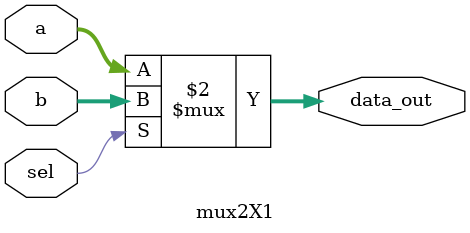
<source format=v>
`timescale 1ns / 1ps


module mux2X1 #(
    parameter DATA_BITS = 32
)(
    input [DATA_BITS - 1:0] a, b,
    input sel,
    
    output [DATA_BITS -1:0] data_out    
);
assign data_out = (sel == 0) ? a : b;
endmodule
</source>
